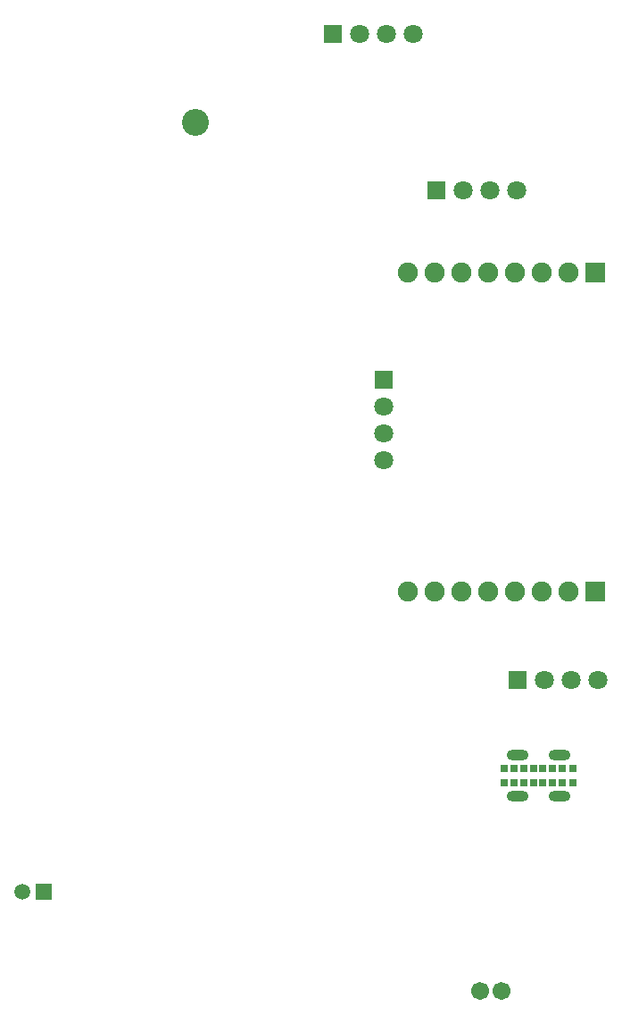
<source format=gbs>
G04*
G04 #@! TF.GenerationSoftware,Altium Limited,Altium Designer,22.2.1 (43)*
G04*
G04 Layer_Color=16711935*
%FSLAX25Y25*%
%MOIN*%
G70*
G04*
G04 #@! TF.SameCoordinates,7FF29AC8-F327-4267-8616-DCF866A2A884*
G04*
G04*
G04 #@! TF.FilePolarity,Negative*
G04*
G01*
G75*
%ADD63C,0.06699*%
%ADD64R,0.07093X0.07093*%
%ADD65C,0.07093*%
%ADD66R,0.02835X0.02835*%
%ADD67O,0.08268X0.03937*%
%ADD68C,0.10039*%
%ADD69R,0.07487X0.07487*%
%ADD70C,0.07487*%
%ADD71C,0.05912*%
%ADD72R,0.06306X0.05912*%
%ADD73R,0.07093X0.07093*%
D63*
X183063Y11000D02*
D03*
X190937D02*
D03*
D64*
X128000Y368000D02*
D03*
X197000Y127000D02*
D03*
X166500Y309500D02*
D03*
D65*
X138000Y368000D02*
D03*
X148000D02*
D03*
X158000D02*
D03*
X227000Y127000D02*
D03*
X217000D02*
D03*
X207000D02*
D03*
X147000Y229000D02*
D03*
Y219000D02*
D03*
Y209000D02*
D03*
X176500Y309500D02*
D03*
X186500D02*
D03*
X196500D02*
D03*
D66*
X217480Y94000D02*
D03*
X213739D02*
D03*
X210000D02*
D03*
X206456D02*
D03*
X202913D02*
D03*
X199369D02*
D03*
X195629D02*
D03*
X191889D02*
D03*
Y88488D02*
D03*
X195629D02*
D03*
X199369D02*
D03*
X202913D02*
D03*
X206456D02*
D03*
X210000D02*
D03*
X213739D02*
D03*
X217480D02*
D03*
D67*
X196810Y98843D02*
D03*
X212559D02*
D03*
X196810Y83646D02*
D03*
X212559D02*
D03*
D68*
X76496Y334752D02*
D03*
D69*
X226000Y279000D02*
D03*
Y160000D02*
D03*
D70*
X216000Y279000D02*
D03*
X206000D02*
D03*
X196000D02*
D03*
X186000D02*
D03*
X176000D02*
D03*
X166000D02*
D03*
X156000D02*
D03*
X216000Y160000D02*
D03*
X206000D02*
D03*
X196000D02*
D03*
X186000D02*
D03*
X176000D02*
D03*
X166000D02*
D03*
X156000D02*
D03*
D71*
X12126Y48000D02*
D03*
D72*
X20000D02*
D03*
D73*
X147000Y239000D02*
D03*
M02*

</source>
